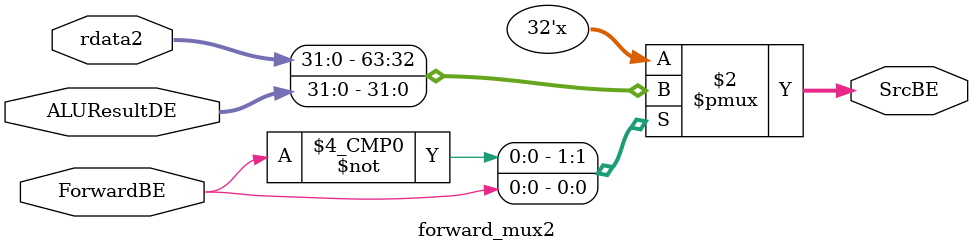
<source format=sv>
module forward_mux2 #(parameter WIDTH =32)(
  input  logic [WIDTH-1:0] rdata2, ALUResultDE,
  input  logic             ForwardBE,
  output logic [WIDTH-1:0] SrcBE
);

 // assign WriteDataE = ForwardBE[1] ? ALUResultM : (ForwardBE[0] ? ResultW : RD2E);


always_comb
begin
case (ForwardBE)
 
 1'b0: SrcBE = rdata2;
 1'b1: SrcBE = ALUResultDE;

 default: SrcBE = rdata2;

endcase

end
endmodule
</source>
